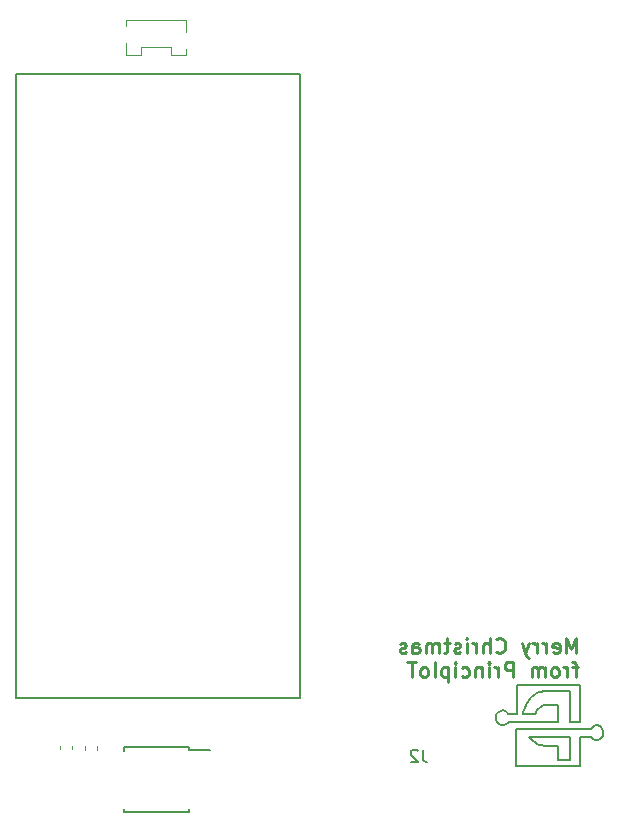
<source format=gbr>
%TF.GenerationSoftware,KiCad,Pcbnew,7.0.9*%
%TF.CreationDate,2023-11-22T22:42:55-07:00*%
%TF.ProjectId,OrnamentSCH,4f726e61-6d65-46e7-9453-43482e6b6963,rev?*%
%TF.SameCoordinates,Original*%
%TF.FileFunction,Legend,Bot*%
%TF.FilePolarity,Positive*%
%FSLAX46Y46*%
G04 Gerber Fmt 4.6, Leading zero omitted, Abs format (unit mm)*
G04 Created by KiCad (PCBNEW 7.0.9) date 2023-11-22 22:42:55*
%MOMM*%
%LPD*%
G01*
G04 APERTURE LIST*
%ADD10C,0.177800*%
%ADD11C,0.150000*%
%ADD12C,0.254000*%
%ADD13C,0.120000*%
G04 APERTURE END LIST*
D10*
X191321541Y-126153964D02*
X191321519Y-125573274D01*
X186090000Y-122420000D02*
X186067199Y-122606743D01*
X186082220Y-122790657D01*
X186090000Y-122821609D01*
X191321497Y-122941114D02*
X191321497Y-122229487D01*
X187101603Y-122941114D02*
X189211548Y-122941114D01*
X193164929Y-125443023D02*
X193164929Y-124211065D01*
X192327844Y-121649141D02*
X192327844Y-122941218D01*
X194967433Y-123435828D02*
X194821400Y-123314234D01*
X194633167Y-123250361D01*
X194436647Y-123266613D01*
X194309785Y-123323458D01*
X193155499Y-122941218D02*
X193155499Y-121399906D01*
X191206280Y-120360769D02*
X192327844Y-120357069D01*
X190110236Y-124981333D02*
X189909033Y-124944669D01*
X189713011Y-124885187D01*
X189523649Y-124803557D01*
X189342425Y-124700449D01*
X189170820Y-124576534D01*
X189116011Y-124530721D01*
X193165171Y-126674731D02*
X193164929Y-125443023D01*
X186925982Y-123159753D02*
X187051897Y-123028740D01*
X187091803Y-122966004D01*
X187091803Y-122966004D02*
X187101603Y-122941114D01*
X190745430Y-121522054D02*
X190544760Y-121523706D01*
X190360321Y-121526164D01*
X190179030Y-121534057D01*
X190000075Y-121578694D01*
X187780504Y-123575840D02*
X187778204Y-125125283D01*
X191321497Y-122229487D02*
X191321497Y-121517854D01*
X187778204Y-125125283D02*
X187775904Y-126674731D01*
X190573202Y-124211048D02*
X192327892Y-124211048D01*
X187785158Y-122300811D02*
X187444220Y-122300529D01*
X187785158Y-121079707D02*
X187785158Y-122300811D01*
X192327844Y-122941218D02*
X192741671Y-122941218D01*
X187444220Y-122300529D02*
X187103286Y-122300246D01*
X186090000Y-122821609D02*
X186168154Y-122997130D01*
X186298046Y-123146722D01*
X186462969Y-123237329D01*
X186587557Y-123260707D01*
X194691756Y-124521153D02*
X194856645Y-124446823D01*
X194965877Y-124347708D01*
X191321519Y-125573274D02*
X191321519Y-124992573D01*
X187785158Y-119858604D02*
X187785158Y-121079707D01*
X187080516Y-122257636D02*
X186964633Y-122115754D01*
X186805641Y-122013586D01*
X186783520Y-122004950D01*
X186719139Y-123255583D02*
X186889492Y-123184840D01*
X186925982Y-123159753D01*
X189369923Y-122300394D02*
X188854994Y-122300509D01*
X192741671Y-122941218D02*
X193155499Y-122941218D01*
X193164929Y-124211065D02*
X193625327Y-124211065D01*
X190470331Y-119858604D02*
X187785158Y-119858604D01*
X194085775Y-123570640D02*
X190933137Y-123573240D01*
X190761542Y-124992573D02*
X190558879Y-124991928D01*
X190380142Y-124990113D01*
X190188929Y-124985848D01*
X190110236Y-124981333D01*
X191824714Y-126153964D02*
X191321541Y-126153964D01*
X188854994Y-122300509D02*
X188659605Y-122300413D01*
X188479268Y-122299300D01*
X188340264Y-122281639D01*
X190933137Y-123573240D02*
X187780504Y-123575840D01*
X186587557Y-123260707D02*
X186719125Y-123255507D01*
X192327844Y-120357069D02*
X192327844Y-121649141D01*
X187103286Y-122300246D02*
X187080516Y-122257636D01*
X188818512Y-124211048D02*
X190573202Y-124211048D01*
X194309785Y-123323458D02*
X194170134Y-123447893D01*
X194113745Y-123523690D01*
X192327892Y-126153964D02*
X191824714Y-126153964D01*
X190470559Y-126674731D02*
X193165171Y-126674731D01*
X186783520Y-122004950D02*
X186605422Y-121979917D01*
X186450108Y-122007050D01*
X188854002Y-124261088D02*
X188818512Y-124211048D01*
X192327892Y-125182509D02*
X192327892Y-126153964D01*
X189116011Y-124530721D02*
X188983044Y-124405365D01*
X188862651Y-124272723D01*
X188854002Y-124261088D01*
X194113736Y-124258015D02*
X194243059Y-124409477D01*
X194407950Y-124504669D01*
X194589991Y-124535208D01*
X194691756Y-124521153D01*
X190000075Y-121578694D02*
X189832613Y-121666049D01*
X189678351Y-121790929D01*
X189544908Y-121945160D01*
X189439904Y-122120568D01*
X189395603Y-122227164D01*
X194965877Y-124347708D02*
X195066337Y-124195391D01*
X195120141Y-124022216D01*
X195130479Y-123894110D01*
X186450108Y-122007050D02*
X186290524Y-122101774D01*
X186165994Y-122248782D01*
X186090000Y-122420000D01*
D11*
X145376900Y-68072000D02*
X169430700Y-68072000D01*
X169430700Y-120929400D01*
X145376900Y-120929400D01*
X145376900Y-68072000D01*
D10*
X193155499Y-119858604D02*
X190470331Y-119858604D01*
X188340264Y-122281639D02*
X188372539Y-122105554D01*
X188414344Y-121943108D01*
X192327892Y-124211048D02*
X192327892Y-125182509D01*
X193155499Y-121399906D02*
X193155499Y-119858604D01*
X195130479Y-123894110D02*
X195107725Y-123703039D01*
X195038875Y-123534943D01*
X194967433Y-123435828D01*
X194085726Y-124211065D02*
X194113736Y-124258015D01*
X188414344Y-121943108D02*
X188476606Y-121755481D01*
X188552128Y-121576986D01*
X188641208Y-121407071D01*
X188744144Y-121245185D01*
X188861234Y-121090777D01*
X188903462Y-121040875D01*
X191321497Y-121517854D02*
X190745430Y-121522054D01*
X189395603Y-122227164D02*
X189369923Y-122300394D01*
X188903462Y-121040875D02*
X189048136Y-120888355D01*
X189200523Y-120755178D01*
X189361358Y-120640897D01*
X189531373Y-120545067D01*
X189711302Y-120467245D01*
X189901879Y-120406985D01*
X189981256Y-120387699D01*
X193625327Y-124211065D02*
X194085726Y-124211065D01*
X189211548Y-122941114D02*
X191321497Y-122941114D01*
X194113745Y-123523690D02*
X194085775Y-123570640D01*
X189981256Y-120387699D02*
X190166887Y-120368561D01*
X190362798Y-120364977D01*
X190565833Y-120363383D01*
X190765699Y-120362394D01*
X191012665Y-120361443D01*
X191206280Y-120360769D01*
X187775904Y-126674731D02*
X190470559Y-126674731D01*
X191321519Y-124992573D02*
X190761542Y-124992573D01*
D12*
X192820514Y-117136668D02*
X192820514Y-115866668D01*
X192820514Y-115866668D02*
X192397180Y-116773811D01*
X192397180Y-116773811D02*
X191973847Y-115866668D01*
X191973847Y-115866668D02*
X191973847Y-117136668D01*
X190885275Y-117076192D02*
X191006227Y-117136668D01*
X191006227Y-117136668D02*
X191248132Y-117136668D01*
X191248132Y-117136668D02*
X191369085Y-117076192D01*
X191369085Y-117076192D02*
X191429561Y-116955239D01*
X191429561Y-116955239D02*
X191429561Y-116471430D01*
X191429561Y-116471430D02*
X191369085Y-116350477D01*
X191369085Y-116350477D02*
X191248132Y-116290001D01*
X191248132Y-116290001D02*
X191006227Y-116290001D01*
X191006227Y-116290001D02*
X190885275Y-116350477D01*
X190885275Y-116350477D02*
X190824799Y-116471430D01*
X190824799Y-116471430D02*
X190824799Y-116592382D01*
X190824799Y-116592382D02*
X191429561Y-116713334D01*
X190280514Y-117136668D02*
X190280514Y-116290001D01*
X190280514Y-116531906D02*
X190220037Y-116410953D01*
X190220037Y-116410953D02*
X190159561Y-116350477D01*
X190159561Y-116350477D02*
X190038609Y-116290001D01*
X190038609Y-116290001D02*
X189917656Y-116290001D01*
X189494324Y-117136668D02*
X189494324Y-116290001D01*
X189494324Y-116531906D02*
X189433847Y-116410953D01*
X189433847Y-116410953D02*
X189373371Y-116350477D01*
X189373371Y-116350477D02*
X189252419Y-116290001D01*
X189252419Y-116290001D02*
X189131466Y-116290001D01*
X188829086Y-116290001D02*
X188526705Y-117136668D01*
X188224324Y-116290001D02*
X188526705Y-117136668D01*
X188526705Y-117136668D02*
X188647657Y-117439049D01*
X188647657Y-117439049D02*
X188708134Y-117499525D01*
X188708134Y-117499525D02*
X188829086Y-117560001D01*
X186047181Y-117015715D02*
X186107657Y-117076192D01*
X186107657Y-117076192D02*
X186289086Y-117136668D01*
X186289086Y-117136668D02*
X186410038Y-117136668D01*
X186410038Y-117136668D02*
X186591467Y-117076192D01*
X186591467Y-117076192D02*
X186712419Y-116955239D01*
X186712419Y-116955239D02*
X186772896Y-116834287D01*
X186772896Y-116834287D02*
X186833372Y-116592382D01*
X186833372Y-116592382D02*
X186833372Y-116410953D01*
X186833372Y-116410953D02*
X186772896Y-116169049D01*
X186772896Y-116169049D02*
X186712419Y-116048096D01*
X186712419Y-116048096D02*
X186591467Y-115927144D01*
X186591467Y-115927144D02*
X186410038Y-115866668D01*
X186410038Y-115866668D02*
X186289086Y-115866668D01*
X186289086Y-115866668D02*
X186107657Y-115927144D01*
X186107657Y-115927144D02*
X186047181Y-115987620D01*
X185502896Y-117136668D02*
X185502896Y-115866668D01*
X184958610Y-117136668D02*
X184958610Y-116471430D01*
X184958610Y-116471430D02*
X185019086Y-116350477D01*
X185019086Y-116350477D02*
X185140038Y-116290001D01*
X185140038Y-116290001D02*
X185321467Y-116290001D01*
X185321467Y-116290001D02*
X185442419Y-116350477D01*
X185442419Y-116350477D02*
X185502896Y-116410953D01*
X184353848Y-117136668D02*
X184353848Y-116290001D01*
X184353848Y-116531906D02*
X184293371Y-116410953D01*
X184293371Y-116410953D02*
X184232895Y-116350477D01*
X184232895Y-116350477D02*
X184111943Y-116290001D01*
X184111943Y-116290001D02*
X183990990Y-116290001D01*
X183567658Y-117136668D02*
X183567658Y-116290001D01*
X183567658Y-115866668D02*
X183628134Y-115927144D01*
X183628134Y-115927144D02*
X183567658Y-115987620D01*
X183567658Y-115987620D02*
X183507181Y-115927144D01*
X183507181Y-115927144D02*
X183567658Y-115866668D01*
X183567658Y-115866668D02*
X183567658Y-115987620D01*
X183023372Y-117076192D02*
X182902419Y-117136668D01*
X182902419Y-117136668D02*
X182660515Y-117136668D01*
X182660515Y-117136668D02*
X182539562Y-117076192D01*
X182539562Y-117076192D02*
X182479086Y-116955239D01*
X182479086Y-116955239D02*
X182479086Y-116894763D01*
X182479086Y-116894763D02*
X182539562Y-116773811D01*
X182539562Y-116773811D02*
X182660515Y-116713334D01*
X182660515Y-116713334D02*
X182841943Y-116713334D01*
X182841943Y-116713334D02*
X182962896Y-116652858D01*
X182962896Y-116652858D02*
X183023372Y-116531906D01*
X183023372Y-116531906D02*
X183023372Y-116471430D01*
X183023372Y-116471430D02*
X182962896Y-116350477D01*
X182962896Y-116350477D02*
X182841943Y-116290001D01*
X182841943Y-116290001D02*
X182660515Y-116290001D01*
X182660515Y-116290001D02*
X182539562Y-116350477D01*
X182116229Y-116290001D02*
X181632420Y-116290001D01*
X181934801Y-115866668D02*
X181934801Y-116955239D01*
X181934801Y-116955239D02*
X181874324Y-117076192D01*
X181874324Y-117076192D02*
X181753372Y-117136668D01*
X181753372Y-117136668D02*
X181632420Y-117136668D01*
X181209087Y-117136668D02*
X181209087Y-116290001D01*
X181209087Y-116410953D02*
X181148610Y-116350477D01*
X181148610Y-116350477D02*
X181027658Y-116290001D01*
X181027658Y-116290001D02*
X180846229Y-116290001D01*
X180846229Y-116290001D02*
X180725277Y-116350477D01*
X180725277Y-116350477D02*
X180664801Y-116471430D01*
X180664801Y-116471430D02*
X180664801Y-117136668D01*
X180664801Y-116471430D02*
X180604325Y-116350477D01*
X180604325Y-116350477D02*
X180483372Y-116290001D01*
X180483372Y-116290001D02*
X180301944Y-116290001D01*
X180301944Y-116290001D02*
X180180991Y-116350477D01*
X180180991Y-116350477D02*
X180120515Y-116471430D01*
X180120515Y-116471430D02*
X180120515Y-117136668D01*
X178971468Y-117136668D02*
X178971468Y-116471430D01*
X178971468Y-116471430D02*
X179031944Y-116350477D01*
X179031944Y-116350477D02*
X179152896Y-116290001D01*
X179152896Y-116290001D02*
X179394801Y-116290001D01*
X179394801Y-116290001D02*
X179515754Y-116350477D01*
X178971468Y-117076192D02*
X179092420Y-117136668D01*
X179092420Y-117136668D02*
X179394801Y-117136668D01*
X179394801Y-117136668D02*
X179515754Y-117076192D01*
X179515754Y-117076192D02*
X179576230Y-116955239D01*
X179576230Y-116955239D02*
X179576230Y-116834287D01*
X179576230Y-116834287D02*
X179515754Y-116713334D01*
X179515754Y-116713334D02*
X179394801Y-116652858D01*
X179394801Y-116652858D02*
X179092420Y-116652858D01*
X179092420Y-116652858D02*
X178971468Y-116592382D01*
X178427182Y-117076192D02*
X178306229Y-117136668D01*
X178306229Y-117136668D02*
X178064325Y-117136668D01*
X178064325Y-117136668D02*
X177943372Y-117076192D01*
X177943372Y-117076192D02*
X177882896Y-116955239D01*
X177882896Y-116955239D02*
X177882896Y-116894763D01*
X177882896Y-116894763D02*
X177943372Y-116773811D01*
X177943372Y-116773811D02*
X178064325Y-116713334D01*
X178064325Y-116713334D02*
X178245753Y-116713334D01*
X178245753Y-116713334D02*
X178366706Y-116652858D01*
X178366706Y-116652858D02*
X178427182Y-116531906D01*
X178427182Y-116531906D02*
X178427182Y-116471430D01*
X178427182Y-116471430D02*
X178366706Y-116350477D01*
X178366706Y-116350477D02*
X178245753Y-116290001D01*
X178245753Y-116290001D02*
X178064325Y-116290001D01*
X178064325Y-116290001D02*
X177943372Y-116350477D01*
X193001942Y-118334701D02*
X192518133Y-118334701D01*
X192820514Y-119181368D02*
X192820514Y-118092796D01*
X192820514Y-118092796D02*
X192760037Y-117971844D01*
X192760037Y-117971844D02*
X192639085Y-117911368D01*
X192639085Y-117911368D02*
X192518133Y-117911368D01*
X192094800Y-119181368D02*
X192094800Y-118334701D01*
X192094800Y-118576606D02*
X192034323Y-118455653D01*
X192034323Y-118455653D02*
X191973847Y-118395177D01*
X191973847Y-118395177D02*
X191852895Y-118334701D01*
X191852895Y-118334701D02*
X191731942Y-118334701D01*
X191127181Y-119181368D02*
X191248133Y-119120892D01*
X191248133Y-119120892D02*
X191308610Y-119060415D01*
X191308610Y-119060415D02*
X191369086Y-118939463D01*
X191369086Y-118939463D02*
X191369086Y-118576606D01*
X191369086Y-118576606D02*
X191308610Y-118455653D01*
X191308610Y-118455653D02*
X191248133Y-118395177D01*
X191248133Y-118395177D02*
X191127181Y-118334701D01*
X191127181Y-118334701D02*
X190945752Y-118334701D01*
X190945752Y-118334701D02*
X190824800Y-118395177D01*
X190824800Y-118395177D02*
X190764324Y-118455653D01*
X190764324Y-118455653D02*
X190703848Y-118576606D01*
X190703848Y-118576606D02*
X190703848Y-118939463D01*
X190703848Y-118939463D02*
X190764324Y-119060415D01*
X190764324Y-119060415D02*
X190824800Y-119120892D01*
X190824800Y-119120892D02*
X190945752Y-119181368D01*
X190945752Y-119181368D02*
X191127181Y-119181368D01*
X190159562Y-119181368D02*
X190159562Y-118334701D01*
X190159562Y-118455653D02*
X190099085Y-118395177D01*
X190099085Y-118395177D02*
X189978133Y-118334701D01*
X189978133Y-118334701D02*
X189796704Y-118334701D01*
X189796704Y-118334701D02*
X189675752Y-118395177D01*
X189675752Y-118395177D02*
X189615276Y-118516130D01*
X189615276Y-118516130D02*
X189615276Y-119181368D01*
X189615276Y-118516130D02*
X189554800Y-118395177D01*
X189554800Y-118395177D02*
X189433847Y-118334701D01*
X189433847Y-118334701D02*
X189252419Y-118334701D01*
X189252419Y-118334701D02*
X189131466Y-118395177D01*
X189131466Y-118395177D02*
X189070990Y-118516130D01*
X189070990Y-118516130D02*
X189070990Y-119181368D01*
X187498610Y-119181368D02*
X187498610Y-117911368D01*
X187498610Y-117911368D02*
X187014800Y-117911368D01*
X187014800Y-117911368D02*
X186893848Y-117971844D01*
X186893848Y-117971844D02*
X186833371Y-118032320D01*
X186833371Y-118032320D02*
X186772895Y-118153272D01*
X186772895Y-118153272D02*
X186772895Y-118334701D01*
X186772895Y-118334701D02*
X186833371Y-118455653D01*
X186833371Y-118455653D02*
X186893848Y-118516130D01*
X186893848Y-118516130D02*
X187014800Y-118576606D01*
X187014800Y-118576606D02*
X187498610Y-118576606D01*
X186228610Y-119181368D02*
X186228610Y-118334701D01*
X186228610Y-118576606D02*
X186168133Y-118455653D01*
X186168133Y-118455653D02*
X186107657Y-118395177D01*
X186107657Y-118395177D02*
X185986705Y-118334701D01*
X185986705Y-118334701D02*
X185865752Y-118334701D01*
X185442420Y-119181368D02*
X185442420Y-118334701D01*
X185442420Y-117911368D02*
X185502896Y-117971844D01*
X185502896Y-117971844D02*
X185442420Y-118032320D01*
X185442420Y-118032320D02*
X185381943Y-117971844D01*
X185381943Y-117971844D02*
X185442420Y-117911368D01*
X185442420Y-117911368D02*
X185442420Y-118032320D01*
X184837658Y-118334701D02*
X184837658Y-119181368D01*
X184837658Y-118455653D02*
X184777181Y-118395177D01*
X184777181Y-118395177D02*
X184656229Y-118334701D01*
X184656229Y-118334701D02*
X184474800Y-118334701D01*
X184474800Y-118334701D02*
X184353848Y-118395177D01*
X184353848Y-118395177D02*
X184293372Y-118516130D01*
X184293372Y-118516130D02*
X184293372Y-119181368D01*
X183144324Y-119120892D02*
X183265276Y-119181368D01*
X183265276Y-119181368D02*
X183507181Y-119181368D01*
X183507181Y-119181368D02*
X183628133Y-119120892D01*
X183628133Y-119120892D02*
X183688610Y-119060415D01*
X183688610Y-119060415D02*
X183749086Y-118939463D01*
X183749086Y-118939463D02*
X183749086Y-118576606D01*
X183749086Y-118576606D02*
X183688610Y-118455653D01*
X183688610Y-118455653D02*
X183628133Y-118395177D01*
X183628133Y-118395177D02*
X183507181Y-118334701D01*
X183507181Y-118334701D02*
X183265276Y-118334701D01*
X183265276Y-118334701D02*
X183144324Y-118395177D01*
X182600039Y-119181368D02*
X182600039Y-118334701D01*
X182600039Y-117911368D02*
X182660515Y-117971844D01*
X182660515Y-117971844D02*
X182600039Y-118032320D01*
X182600039Y-118032320D02*
X182539562Y-117971844D01*
X182539562Y-117971844D02*
X182600039Y-117911368D01*
X182600039Y-117911368D02*
X182600039Y-118032320D01*
X181995277Y-118334701D02*
X181995277Y-119604701D01*
X181995277Y-118395177D02*
X181874324Y-118334701D01*
X181874324Y-118334701D02*
X181632419Y-118334701D01*
X181632419Y-118334701D02*
X181511467Y-118395177D01*
X181511467Y-118395177D02*
X181450991Y-118455653D01*
X181450991Y-118455653D02*
X181390515Y-118576606D01*
X181390515Y-118576606D02*
X181390515Y-118939463D01*
X181390515Y-118939463D02*
X181450991Y-119060415D01*
X181450991Y-119060415D02*
X181511467Y-119120892D01*
X181511467Y-119120892D02*
X181632419Y-119181368D01*
X181632419Y-119181368D02*
X181874324Y-119181368D01*
X181874324Y-119181368D02*
X181995277Y-119120892D01*
X180846229Y-119181368D02*
X180846229Y-117911368D01*
X180060038Y-119181368D02*
X180180990Y-119120892D01*
X180180990Y-119120892D02*
X180241467Y-119060415D01*
X180241467Y-119060415D02*
X180301943Y-118939463D01*
X180301943Y-118939463D02*
X180301943Y-118576606D01*
X180301943Y-118576606D02*
X180241467Y-118455653D01*
X180241467Y-118455653D02*
X180180990Y-118395177D01*
X180180990Y-118395177D02*
X180060038Y-118334701D01*
X180060038Y-118334701D02*
X179878609Y-118334701D01*
X179878609Y-118334701D02*
X179757657Y-118395177D01*
X179757657Y-118395177D02*
X179697181Y-118455653D01*
X179697181Y-118455653D02*
X179636705Y-118576606D01*
X179636705Y-118576606D02*
X179636705Y-118939463D01*
X179636705Y-118939463D02*
X179697181Y-119060415D01*
X179697181Y-119060415D02*
X179757657Y-119120892D01*
X179757657Y-119120892D02*
X179878609Y-119181368D01*
X179878609Y-119181368D02*
X180060038Y-119181368D01*
X179273847Y-117911368D02*
X178548133Y-117911368D01*
X178910990Y-119181368D02*
X178910990Y-117911368D01*
D11*
X179835133Y-125320419D02*
X179835133Y-126034704D01*
X179835133Y-126034704D02*
X179882752Y-126177561D01*
X179882752Y-126177561D02*
X179977990Y-126272800D01*
X179977990Y-126272800D02*
X180120847Y-126320419D01*
X180120847Y-126320419D02*
X180216085Y-126320419D01*
X179406561Y-125415657D02*
X179358942Y-125368038D01*
X179358942Y-125368038D02*
X179263704Y-125320419D01*
X179263704Y-125320419D02*
X179025609Y-125320419D01*
X179025609Y-125320419D02*
X178930371Y-125368038D01*
X178930371Y-125368038D02*
X178882752Y-125415657D01*
X178882752Y-125415657D02*
X178835133Y-125510895D01*
X178835133Y-125510895D02*
X178835133Y-125606133D01*
X178835133Y-125606133D02*
X178882752Y-125748990D01*
X178882752Y-125748990D02*
X179454180Y-126320419D01*
X179454180Y-126320419D02*
X178835133Y-126320419D01*
D13*
%TO.C,J1*%
X159762200Y-66484000D02*
X159762200Y-65984000D01*
X159762200Y-63564000D02*
X159762200Y-64564000D01*
X158512200Y-66484000D02*
X159762200Y-66484000D01*
X158512200Y-65784000D02*
X158512200Y-66484000D01*
X156012200Y-66484000D02*
X156012200Y-65784000D01*
X156012200Y-65784000D02*
X158512200Y-65784000D01*
X154762200Y-66484000D02*
X156012200Y-66484000D01*
X154762200Y-65484000D02*
X154762200Y-66484000D01*
X154762200Y-64064000D02*
X154762200Y-63564000D01*
X154762200Y-63564000D02*
X159762200Y-63564000D01*
%TO.C,C2*%
X149130000Y-125275580D02*
X149130000Y-124994420D01*
X150150000Y-125275580D02*
X150150000Y-124994420D01*
%TO.C,C1*%
X151240000Y-125315580D02*
X151240000Y-125034420D01*
X152260000Y-125315580D02*
X152260000Y-125034420D01*
D11*
%TO.C,U1*%
X160085200Y-130618600D02*
X160085200Y-130318600D01*
X160085200Y-130618600D02*
X154585200Y-130618600D01*
X160085200Y-125313600D02*
X161835200Y-125313600D01*
X160085200Y-125108600D02*
X160085200Y-125313600D01*
X160085200Y-125108600D02*
X154585200Y-125108600D01*
X154585200Y-130618600D02*
X154585200Y-130318600D01*
X154585200Y-125108600D02*
X154585200Y-125408600D01*
%TD*%
M02*

</source>
